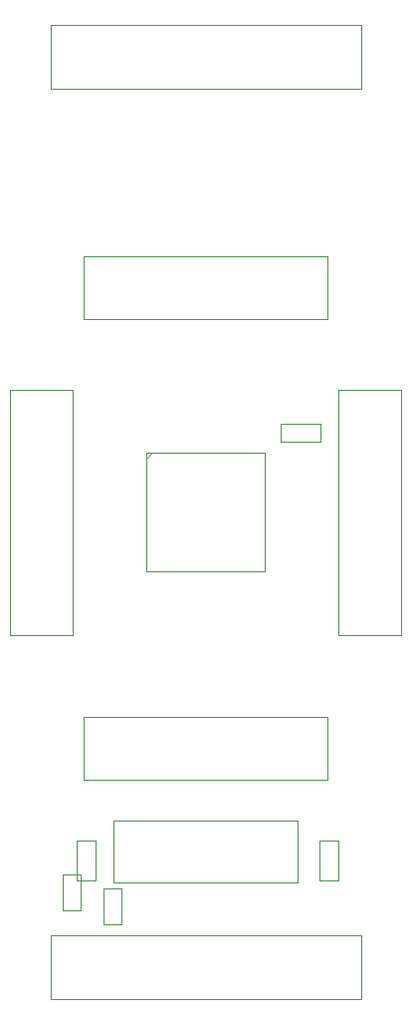
<source format=gbr>
%TF.GenerationSoftware,Altium Limited,Altium Designer,23.4.1 (23)*%
G04 Layer_Color=32768*
%FSLAX45Y45*%
%MOMM*%
%TF.SameCoordinates,2443AD3D-16DC-45C5-9BCC-0FA72C26467A*%
%TF.FilePolarity,Positive*%
%TF.FileFunction,Other,Mechanical_15*%
%TF.Part,Single*%
G01*
G75*
%TA.AperFunction,NonConductor*%
%ADD41C,0.10000*%
%ADD42C,0.05000*%
%ADD43C,0.05080*%
D41*
X1150000Y5000000D02*
X2150000D01*
Y4000000D02*
Y5000000D01*
X1150000Y4000000D02*
X2150000D01*
X1150000D02*
Y5000000D01*
Y4950000D02*
X1200000Y5000000D01*
D42*
X584000Y1119000D02*
Y1421000D01*
X432000D02*
X584000D01*
X432000Y1119000D02*
Y1421000D01*
Y1119000D02*
X584000D01*
X785500Y1003489D02*
Y1305489D01*
Y1003489D02*
X937500D01*
Y1305489D01*
X785500D02*
X937500D01*
X609000Y2228500D02*
Y2761500D01*
X2691000D01*
Y2228500D02*
Y2761500D01*
X609000Y2228500D02*
X2691000D01*
Y6138500D02*
Y6671500D01*
X609000Y6138500D02*
X2691000D01*
X609000D02*
Y6671500D01*
X2691000D01*
X-12500Y5541000D02*
X520500D01*
Y3459000D02*
Y5541000D01*
X-12500Y3459000D02*
X520500D01*
X-12500D02*
Y5541000D01*
X2779500Y3459000D02*
X3312500D01*
X2779500D02*
Y5541000D01*
X3312500D01*
Y3459000D02*
Y5541000D01*
X870000Y1359250D02*
X2430000D01*
X870000D02*
Y1879250D01*
X2430000D01*
Y1359250D02*
Y1879250D01*
X2971500Y8092350D02*
Y8637650D01*
X330500D02*
X2971500D01*
X330500Y8092350D02*
Y8637650D01*
Y8092350D02*
X2971500D01*
Y362350D02*
Y907650D01*
X330500D02*
X2971500D01*
X330500Y362350D02*
Y907650D01*
Y362350D02*
X2971500D01*
D43*
X2627925Y5096950D02*
Y5253550D01*
X2293325D02*
X2627925D01*
X2293325Y5096950D02*
Y5253550D01*
Y5096950D02*
X2627925D01*
X2620450Y1372575D02*
Y1707175D01*
X2777050D01*
Y1372575D02*
Y1707175D01*
X2620450Y1372575D02*
X2777050D01*
X556700D02*
Y1707175D01*
X713300D01*
Y1372575D02*
Y1707175D01*
X556700Y1372575D02*
X713300D01*
%TF.MD5,1cf4414d41469217b6cebc6105fba4d3*%
M02*

</source>
